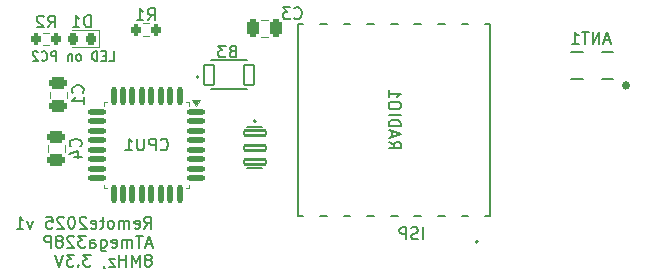
<source format=gbr>
G04 #@! TF.GenerationSoftware,KiCad,Pcbnew,9.0.3*
G04 #@! TF.CreationDate,2025-08-17T17:29:31-04:00*
G04 #@! TF.ProjectId,remote,72656d6f-7465-42e6-9b69-6361645f7063,rev?*
G04 #@! TF.SameCoordinates,Original*
G04 #@! TF.FileFunction,Legend,Bot*
G04 #@! TF.FilePolarity,Positive*
%FSLAX46Y46*%
G04 Gerber Fmt 4.6, Leading zero omitted, Abs format (unit mm)*
G04 Created by KiCad (PCBNEW 9.0.3) date 2025-08-17 17:29:31*
%MOMM*%
%LPD*%
G01*
G04 APERTURE LIST*
G04 Aperture macros list*
%AMRoundRect*
0 Rectangle with rounded corners*
0 $1 Rounding radius*
0 $2 $3 $4 $5 $6 $7 $8 $9 X,Y pos of 4 corners*
0 Add a 4 corners polygon primitive as box body*
4,1,4,$2,$3,$4,$5,$6,$7,$8,$9,$2,$3,0*
0 Add four circle primitives for the rounded corners*
1,1,$1+$1,$2,$3*
1,1,$1+$1,$4,$5*
1,1,$1+$1,$6,$7*
1,1,$1+$1,$8,$9*
0 Add four rect primitives between the rounded corners*
20,1,$1+$1,$2,$3,$4,$5,0*
20,1,$1+$1,$4,$5,$6,$7,0*
20,1,$1+$1,$6,$7,$8,$9,0*
20,1,$1+$1,$8,$9,$2,$3,0*%
G04 Aperture macros list end*
%ADD10C,0.200000*%
%ADD11C,0.150000*%
%ADD12C,0.120000*%
%ADD13C,0.152400*%
%ADD14C,0.127000*%
%ADD15C,0.372664*%
%ADD16RoundRect,0.218750X0.218750X0.256250X-0.218750X0.256250X-0.218750X-0.256250X0.218750X-0.256250X0*%
%ADD17RoundRect,0.200000X0.200000X0.275000X-0.200000X0.275000X-0.200000X-0.275000X0.200000X-0.275000X0*%
%ADD18RoundRect,0.250000X0.475000X-0.250000X0.475000X0.250000X-0.475000X0.250000X-0.475000X-0.250000X0*%
%ADD19R,1.700000X1.700000*%
%ADD20C,1.700000*%
%ADD21RoundRect,0.137500X0.600000X0.137500X-0.600000X0.137500X-0.600000X-0.137500X0.600000X-0.137500X0*%
%ADD22RoundRect,0.137500X0.137500X0.600000X-0.137500X0.600000X-0.137500X-0.600000X0.137500X-0.600000X0*%
%ADD23RoundRect,0.250000X0.250000X0.475000X-0.250000X0.475000X-0.250000X-0.475000X0.250000X-0.475000X0*%
%ADD24R,0.762000X1.905000*%
%ADD25RoundRect,0.102000X-0.400000X-0.850000X0.400000X-0.850000X0.400000X0.850000X-0.400000X0.850000X0*%
%ADD26R,0.990600X2.006600*%
%ADD27RoundRect,0.102000X-0.950000X0.200000X-0.950000X-0.200000X0.950000X-0.200000X0.950000X0.200000X0*%
G04 APERTURE END LIST*
D10*
X203073786Y-68300731D02*
X203407119Y-67824540D01*
X203645214Y-68300731D02*
X203645214Y-67300731D01*
X203645214Y-67300731D02*
X203264262Y-67300731D01*
X203264262Y-67300731D02*
X203169024Y-67348350D01*
X203169024Y-67348350D02*
X203121405Y-67395969D01*
X203121405Y-67395969D02*
X203073786Y-67491207D01*
X203073786Y-67491207D02*
X203073786Y-67634064D01*
X203073786Y-67634064D02*
X203121405Y-67729302D01*
X203121405Y-67729302D02*
X203169024Y-67776921D01*
X203169024Y-67776921D02*
X203264262Y-67824540D01*
X203264262Y-67824540D02*
X203645214Y-67824540D01*
X202264262Y-68253112D02*
X202359500Y-68300731D01*
X202359500Y-68300731D02*
X202549976Y-68300731D01*
X202549976Y-68300731D02*
X202645214Y-68253112D01*
X202645214Y-68253112D02*
X202692833Y-68157873D01*
X202692833Y-68157873D02*
X202692833Y-67776921D01*
X202692833Y-67776921D02*
X202645214Y-67681683D01*
X202645214Y-67681683D02*
X202549976Y-67634064D01*
X202549976Y-67634064D02*
X202359500Y-67634064D01*
X202359500Y-67634064D02*
X202264262Y-67681683D01*
X202264262Y-67681683D02*
X202216643Y-67776921D01*
X202216643Y-67776921D02*
X202216643Y-67872159D01*
X202216643Y-67872159D02*
X202692833Y-67967397D01*
X201788071Y-68300731D02*
X201788071Y-67634064D01*
X201788071Y-67729302D02*
X201740452Y-67681683D01*
X201740452Y-67681683D02*
X201645214Y-67634064D01*
X201645214Y-67634064D02*
X201502357Y-67634064D01*
X201502357Y-67634064D02*
X201407119Y-67681683D01*
X201407119Y-67681683D02*
X201359500Y-67776921D01*
X201359500Y-67776921D02*
X201359500Y-68300731D01*
X201359500Y-67776921D02*
X201311881Y-67681683D01*
X201311881Y-67681683D02*
X201216643Y-67634064D01*
X201216643Y-67634064D02*
X201073786Y-67634064D01*
X201073786Y-67634064D02*
X200978547Y-67681683D01*
X200978547Y-67681683D02*
X200930928Y-67776921D01*
X200930928Y-67776921D02*
X200930928Y-68300731D01*
X200311881Y-68300731D02*
X200407119Y-68253112D01*
X200407119Y-68253112D02*
X200454738Y-68205492D01*
X200454738Y-68205492D02*
X200502357Y-68110254D01*
X200502357Y-68110254D02*
X200502357Y-67824540D01*
X200502357Y-67824540D02*
X200454738Y-67729302D01*
X200454738Y-67729302D02*
X200407119Y-67681683D01*
X200407119Y-67681683D02*
X200311881Y-67634064D01*
X200311881Y-67634064D02*
X200169024Y-67634064D01*
X200169024Y-67634064D02*
X200073786Y-67681683D01*
X200073786Y-67681683D02*
X200026167Y-67729302D01*
X200026167Y-67729302D02*
X199978548Y-67824540D01*
X199978548Y-67824540D02*
X199978548Y-68110254D01*
X199978548Y-68110254D02*
X200026167Y-68205492D01*
X200026167Y-68205492D02*
X200073786Y-68253112D01*
X200073786Y-68253112D02*
X200169024Y-68300731D01*
X200169024Y-68300731D02*
X200311881Y-68300731D01*
X199692833Y-67634064D02*
X199311881Y-67634064D01*
X199549976Y-67300731D02*
X199549976Y-68157873D01*
X199549976Y-68157873D02*
X199502357Y-68253112D01*
X199502357Y-68253112D02*
X199407119Y-68300731D01*
X199407119Y-68300731D02*
X199311881Y-68300731D01*
X198597595Y-68253112D02*
X198692833Y-68300731D01*
X198692833Y-68300731D02*
X198883309Y-68300731D01*
X198883309Y-68300731D02*
X198978547Y-68253112D01*
X198978547Y-68253112D02*
X199026166Y-68157873D01*
X199026166Y-68157873D02*
X199026166Y-67776921D01*
X199026166Y-67776921D02*
X198978547Y-67681683D01*
X198978547Y-67681683D02*
X198883309Y-67634064D01*
X198883309Y-67634064D02*
X198692833Y-67634064D01*
X198692833Y-67634064D02*
X198597595Y-67681683D01*
X198597595Y-67681683D02*
X198549976Y-67776921D01*
X198549976Y-67776921D02*
X198549976Y-67872159D01*
X198549976Y-67872159D02*
X199026166Y-67967397D01*
X198169023Y-67395969D02*
X198121404Y-67348350D01*
X198121404Y-67348350D02*
X198026166Y-67300731D01*
X198026166Y-67300731D02*
X197788071Y-67300731D01*
X197788071Y-67300731D02*
X197692833Y-67348350D01*
X197692833Y-67348350D02*
X197645214Y-67395969D01*
X197645214Y-67395969D02*
X197597595Y-67491207D01*
X197597595Y-67491207D02*
X197597595Y-67586445D01*
X197597595Y-67586445D02*
X197645214Y-67729302D01*
X197645214Y-67729302D02*
X198216642Y-68300731D01*
X198216642Y-68300731D02*
X197597595Y-68300731D01*
X196978547Y-67300731D02*
X196883309Y-67300731D01*
X196883309Y-67300731D02*
X196788071Y-67348350D01*
X196788071Y-67348350D02*
X196740452Y-67395969D01*
X196740452Y-67395969D02*
X196692833Y-67491207D01*
X196692833Y-67491207D02*
X196645214Y-67681683D01*
X196645214Y-67681683D02*
X196645214Y-67919778D01*
X196645214Y-67919778D02*
X196692833Y-68110254D01*
X196692833Y-68110254D02*
X196740452Y-68205492D01*
X196740452Y-68205492D02*
X196788071Y-68253112D01*
X196788071Y-68253112D02*
X196883309Y-68300731D01*
X196883309Y-68300731D02*
X196978547Y-68300731D01*
X196978547Y-68300731D02*
X197073785Y-68253112D01*
X197073785Y-68253112D02*
X197121404Y-68205492D01*
X197121404Y-68205492D02*
X197169023Y-68110254D01*
X197169023Y-68110254D02*
X197216642Y-67919778D01*
X197216642Y-67919778D02*
X197216642Y-67681683D01*
X197216642Y-67681683D02*
X197169023Y-67491207D01*
X197169023Y-67491207D02*
X197121404Y-67395969D01*
X197121404Y-67395969D02*
X197073785Y-67348350D01*
X197073785Y-67348350D02*
X196978547Y-67300731D01*
X196264261Y-67395969D02*
X196216642Y-67348350D01*
X196216642Y-67348350D02*
X196121404Y-67300731D01*
X196121404Y-67300731D02*
X195883309Y-67300731D01*
X195883309Y-67300731D02*
X195788071Y-67348350D01*
X195788071Y-67348350D02*
X195740452Y-67395969D01*
X195740452Y-67395969D02*
X195692833Y-67491207D01*
X195692833Y-67491207D02*
X195692833Y-67586445D01*
X195692833Y-67586445D02*
X195740452Y-67729302D01*
X195740452Y-67729302D02*
X196311880Y-68300731D01*
X196311880Y-68300731D02*
X195692833Y-68300731D01*
X194788071Y-67300731D02*
X195264261Y-67300731D01*
X195264261Y-67300731D02*
X195311880Y-67776921D01*
X195311880Y-67776921D02*
X195264261Y-67729302D01*
X195264261Y-67729302D02*
X195169023Y-67681683D01*
X195169023Y-67681683D02*
X194930928Y-67681683D01*
X194930928Y-67681683D02*
X194835690Y-67729302D01*
X194835690Y-67729302D02*
X194788071Y-67776921D01*
X194788071Y-67776921D02*
X194740452Y-67872159D01*
X194740452Y-67872159D02*
X194740452Y-68110254D01*
X194740452Y-68110254D02*
X194788071Y-68205492D01*
X194788071Y-68205492D02*
X194835690Y-68253112D01*
X194835690Y-68253112D02*
X194930928Y-68300731D01*
X194930928Y-68300731D02*
X195169023Y-68300731D01*
X195169023Y-68300731D02*
X195264261Y-68253112D01*
X195264261Y-68253112D02*
X195311880Y-68205492D01*
X193645213Y-67634064D02*
X193407118Y-68300731D01*
X193407118Y-68300731D02*
X193169023Y-67634064D01*
X192264261Y-68300731D02*
X192835689Y-68300731D01*
X192549975Y-68300731D02*
X192549975Y-67300731D01*
X192549975Y-67300731D02*
X192645213Y-67443588D01*
X192645213Y-67443588D02*
X192740451Y-67538826D01*
X192740451Y-67538826D02*
X192835689Y-67586445D01*
X203692833Y-69624960D02*
X203216643Y-69624960D01*
X203788071Y-69910675D02*
X203454738Y-68910675D01*
X203454738Y-68910675D02*
X203121405Y-69910675D01*
X202930928Y-68910675D02*
X202359500Y-68910675D01*
X202645214Y-69910675D02*
X202645214Y-68910675D01*
X202026166Y-69910675D02*
X202026166Y-69244008D01*
X202026166Y-69339246D02*
X201978547Y-69291627D01*
X201978547Y-69291627D02*
X201883309Y-69244008D01*
X201883309Y-69244008D02*
X201740452Y-69244008D01*
X201740452Y-69244008D02*
X201645214Y-69291627D01*
X201645214Y-69291627D02*
X201597595Y-69386865D01*
X201597595Y-69386865D02*
X201597595Y-69910675D01*
X201597595Y-69386865D02*
X201549976Y-69291627D01*
X201549976Y-69291627D02*
X201454738Y-69244008D01*
X201454738Y-69244008D02*
X201311881Y-69244008D01*
X201311881Y-69244008D02*
X201216642Y-69291627D01*
X201216642Y-69291627D02*
X201169023Y-69386865D01*
X201169023Y-69386865D02*
X201169023Y-69910675D01*
X200311881Y-69863056D02*
X200407119Y-69910675D01*
X200407119Y-69910675D02*
X200597595Y-69910675D01*
X200597595Y-69910675D02*
X200692833Y-69863056D01*
X200692833Y-69863056D02*
X200740452Y-69767817D01*
X200740452Y-69767817D02*
X200740452Y-69386865D01*
X200740452Y-69386865D02*
X200692833Y-69291627D01*
X200692833Y-69291627D02*
X200597595Y-69244008D01*
X200597595Y-69244008D02*
X200407119Y-69244008D01*
X200407119Y-69244008D02*
X200311881Y-69291627D01*
X200311881Y-69291627D02*
X200264262Y-69386865D01*
X200264262Y-69386865D02*
X200264262Y-69482103D01*
X200264262Y-69482103D02*
X200740452Y-69577341D01*
X199407119Y-69244008D02*
X199407119Y-70053532D01*
X199407119Y-70053532D02*
X199454738Y-70148770D01*
X199454738Y-70148770D02*
X199502357Y-70196389D01*
X199502357Y-70196389D02*
X199597595Y-70244008D01*
X199597595Y-70244008D02*
X199740452Y-70244008D01*
X199740452Y-70244008D02*
X199835690Y-70196389D01*
X199407119Y-69863056D02*
X199502357Y-69910675D01*
X199502357Y-69910675D02*
X199692833Y-69910675D01*
X199692833Y-69910675D02*
X199788071Y-69863056D01*
X199788071Y-69863056D02*
X199835690Y-69815436D01*
X199835690Y-69815436D02*
X199883309Y-69720198D01*
X199883309Y-69720198D02*
X199883309Y-69434484D01*
X199883309Y-69434484D02*
X199835690Y-69339246D01*
X199835690Y-69339246D02*
X199788071Y-69291627D01*
X199788071Y-69291627D02*
X199692833Y-69244008D01*
X199692833Y-69244008D02*
X199502357Y-69244008D01*
X199502357Y-69244008D02*
X199407119Y-69291627D01*
X198502357Y-69910675D02*
X198502357Y-69386865D01*
X198502357Y-69386865D02*
X198549976Y-69291627D01*
X198549976Y-69291627D02*
X198645214Y-69244008D01*
X198645214Y-69244008D02*
X198835690Y-69244008D01*
X198835690Y-69244008D02*
X198930928Y-69291627D01*
X198502357Y-69863056D02*
X198597595Y-69910675D01*
X198597595Y-69910675D02*
X198835690Y-69910675D01*
X198835690Y-69910675D02*
X198930928Y-69863056D01*
X198930928Y-69863056D02*
X198978547Y-69767817D01*
X198978547Y-69767817D02*
X198978547Y-69672579D01*
X198978547Y-69672579D02*
X198930928Y-69577341D01*
X198930928Y-69577341D02*
X198835690Y-69529722D01*
X198835690Y-69529722D02*
X198597595Y-69529722D01*
X198597595Y-69529722D02*
X198502357Y-69482103D01*
X198121404Y-68910675D02*
X197502357Y-68910675D01*
X197502357Y-68910675D02*
X197835690Y-69291627D01*
X197835690Y-69291627D02*
X197692833Y-69291627D01*
X197692833Y-69291627D02*
X197597595Y-69339246D01*
X197597595Y-69339246D02*
X197549976Y-69386865D01*
X197549976Y-69386865D02*
X197502357Y-69482103D01*
X197502357Y-69482103D02*
X197502357Y-69720198D01*
X197502357Y-69720198D02*
X197549976Y-69815436D01*
X197549976Y-69815436D02*
X197597595Y-69863056D01*
X197597595Y-69863056D02*
X197692833Y-69910675D01*
X197692833Y-69910675D02*
X197978547Y-69910675D01*
X197978547Y-69910675D02*
X198073785Y-69863056D01*
X198073785Y-69863056D02*
X198121404Y-69815436D01*
X197121404Y-69005913D02*
X197073785Y-68958294D01*
X197073785Y-68958294D02*
X196978547Y-68910675D01*
X196978547Y-68910675D02*
X196740452Y-68910675D01*
X196740452Y-68910675D02*
X196645214Y-68958294D01*
X196645214Y-68958294D02*
X196597595Y-69005913D01*
X196597595Y-69005913D02*
X196549976Y-69101151D01*
X196549976Y-69101151D02*
X196549976Y-69196389D01*
X196549976Y-69196389D02*
X196597595Y-69339246D01*
X196597595Y-69339246D02*
X197169023Y-69910675D01*
X197169023Y-69910675D02*
X196549976Y-69910675D01*
X195978547Y-69339246D02*
X196073785Y-69291627D01*
X196073785Y-69291627D02*
X196121404Y-69244008D01*
X196121404Y-69244008D02*
X196169023Y-69148770D01*
X196169023Y-69148770D02*
X196169023Y-69101151D01*
X196169023Y-69101151D02*
X196121404Y-69005913D01*
X196121404Y-69005913D02*
X196073785Y-68958294D01*
X196073785Y-68958294D02*
X195978547Y-68910675D01*
X195978547Y-68910675D02*
X195788071Y-68910675D01*
X195788071Y-68910675D02*
X195692833Y-68958294D01*
X195692833Y-68958294D02*
X195645214Y-69005913D01*
X195645214Y-69005913D02*
X195597595Y-69101151D01*
X195597595Y-69101151D02*
X195597595Y-69148770D01*
X195597595Y-69148770D02*
X195645214Y-69244008D01*
X195645214Y-69244008D02*
X195692833Y-69291627D01*
X195692833Y-69291627D02*
X195788071Y-69339246D01*
X195788071Y-69339246D02*
X195978547Y-69339246D01*
X195978547Y-69339246D02*
X196073785Y-69386865D01*
X196073785Y-69386865D02*
X196121404Y-69434484D01*
X196121404Y-69434484D02*
X196169023Y-69529722D01*
X196169023Y-69529722D02*
X196169023Y-69720198D01*
X196169023Y-69720198D02*
X196121404Y-69815436D01*
X196121404Y-69815436D02*
X196073785Y-69863056D01*
X196073785Y-69863056D02*
X195978547Y-69910675D01*
X195978547Y-69910675D02*
X195788071Y-69910675D01*
X195788071Y-69910675D02*
X195692833Y-69863056D01*
X195692833Y-69863056D02*
X195645214Y-69815436D01*
X195645214Y-69815436D02*
X195597595Y-69720198D01*
X195597595Y-69720198D02*
X195597595Y-69529722D01*
X195597595Y-69529722D02*
X195645214Y-69434484D01*
X195645214Y-69434484D02*
X195692833Y-69386865D01*
X195692833Y-69386865D02*
X195788071Y-69339246D01*
X195169023Y-69910675D02*
X195169023Y-68910675D01*
X195169023Y-68910675D02*
X194788071Y-68910675D01*
X194788071Y-68910675D02*
X194692833Y-68958294D01*
X194692833Y-68958294D02*
X194645214Y-69005913D01*
X194645214Y-69005913D02*
X194597595Y-69101151D01*
X194597595Y-69101151D02*
X194597595Y-69244008D01*
X194597595Y-69244008D02*
X194645214Y-69339246D01*
X194645214Y-69339246D02*
X194692833Y-69386865D01*
X194692833Y-69386865D02*
X194788071Y-69434484D01*
X194788071Y-69434484D02*
X195169023Y-69434484D01*
X203502357Y-70949190D02*
X203597595Y-70901571D01*
X203597595Y-70901571D02*
X203645214Y-70853952D01*
X203645214Y-70853952D02*
X203692833Y-70758714D01*
X203692833Y-70758714D02*
X203692833Y-70711095D01*
X203692833Y-70711095D02*
X203645214Y-70615857D01*
X203645214Y-70615857D02*
X203597595Y-70568238D01*
X203597595Y-70568238D02*
X203502357Y-70520619D01*
X203502357Y-70520619D02*
X203311881Y-70520619D01*
X203311881Y-70520619D02*
X203216643Y-70568238D01*
X203216643Y-70568238D02*
X203169024Y-70615857D01*
X203169024Y-70615857D02*
X203121405Y-70711095D01*
X203121405Y-70711095D02*
X203121405Y-70758714D01*
X203121405Y-70758714D02*
X203169024Y-70853952D01*
X203169024Y-70853952D02*
X203216643Y-70901571D01*
X203216643Y-70901571D02*
X203311881Y-70949190D01*
X203311881Y-70949190D02*
X203502357Y-70949190D01*
X203502357Y-70949190D02*
X203597595Y-70996809D01*
X203597595Y-70996809D02*
X203645214Y-71044428D01*
X203645214Y-71044428D02*
X203692833Y-71139666D01*
X203692833Y-71139666D02*
X203692833Y-71330142D01*
X203692833Y-71330142D02*
X203645214Y-71425380D01*
X203645214Y-71425380D02*
X203597595Y-71473000D01*
X203597595Y-71473000D02*
X203502357Y-71520619D01*
X203502357Y-71520619D02*
X203311881Y-71520619D01*
X203311881Y-71520619D02*
X203216643Y-71473000D01*
X203216643Y-71473000D02*
X203169024Y-71425380D01*
X203169024Y-71425380D02*
X203121405Y-71330142D01*
X203121405Y-71330142D02*
X203121405Y-71139666D01*
X203121405Y-71139666D02*
X203169024Y-71044428D01*
X203169024Y-71044428D02*
X203216643Y-70996809D01*
X203216643Y-70996809D02*
X203311881Y-70949190D01*
X202692833Y-71520619D02*
X202692833Y-70520619D01*
X202692833Y-70520619D02*
X202359500Y-71234904D01*
X202359500Y-71234904D02*
X202026167Y-70520619D01*
X202026167Y-70520619D02*
X202026167Y-71520619D01*
X201549976Y-71520619D02*
X201549976Y-70520619D01*
X201549976Y-70996809D02*
X200978548Y-70996809D01*
X200978548Y-71520619D02*
X200978548Y-70520619D01*
X200597595Y-70853952D02*
X200073786Y-70853952D01*
X200073786Y-70853952D02*
X200597595Y-71520619D01*
X200597595Y-71520619D02*
X200073786Y-71520619D01*
X199645214Y-71473000D02*
X199645214Y-71520619D01*
X199645214Y-71520619D02*
X199692833Y-71615857D01*
X199692833Y-71615857D02*
X199740452Y-71663476D01*
X198549976Y-70520619D02*
X197930929Y-70520619D01*
X197930929Y-70520619D02*
X198264262Y-70901571D01*
X198264262Y-70901571D02*
X198121405Y-70901571D01*
X198121405Y-70901571D02*
X198026167Y-70949190D01*
X198026167Y-70949190D02*
X197978548Y-70996809D01*
X197978548Y-70996809D02*
X197930929Y-71092047D01*
X197930929Y-71092047D02*
X197930929Y-71330142D01*
X197930929Y-71330142D02*
X197978548Y-71425380D01*
X197978548Y-71425380D02*
X198026167Y-71473000D01*
X198026167Y-71473000D02*
X198121405Y-71520619D01*
X198121405Y-71520619D02*
X198407119Y-71520619D01*
X198407119Y-71520619D02*
X198502357Y-71473000D01*
X198502357Y-71473000D02*
X198549976Y-71425380D01*
X197502357Y-71425380D02*
X197454738Y-71473000D01*
X197454738Y-71473000D02*
X197502357Y-71520619D01*
X197502357Y-71520619D02*
X197549976Y-71473000D01*
X197549976Y-71473000D02*
X197502357Y-71425380D01*
X197502357Y-71425380D02*
X197502357Y-71520619D01*
X197121405Y-70520619D02*
X196502358Y-70520619D01*
X196502358Y-70520619D02*
X196835691Y-70901571D01*
X196835691Y-70901571D02*
X196692834Y-70901571D01*
X196692834Y-70901571D02*
X196597596Y-70949190D01*
X196597596Y-70949190D02*
X196549977Y-70996809D01*
X196549977Y-70996809D02*
X196502358Y-71092047D01*
X196502358Y-71092047D02*
X196502358Y-71330142D01*
X196502358Y-71330142D02*
X196549977Y-71425380D01*
X196549977Y-71425380D02*
X196597596Y-71473000D01*
X196597596Y-71473000D02*
X196692834Y-71520619D01*
X196692834Y-71520619D02*
X196978548Y-71520619D01*
X196978548Y-71520619D02*
X197073786Y-71473000D01*
X197073786Y-71473000D02*
X197121405Y-71425380D01*
X196216643Y-70520619D02*
X195883310Y-71520619D01*
X195883310Y-71520619D02*
X195549977Y-70520619D01*
D11*
X200093575Y-54097895D02*
X200474527Y-54097895D01*
X200474527Y-54097895D02*
X200474527Y-53297895D01*
X199826908Y-53678847D02*
X199560242Y-53678847D01*
X199445956Y-54097895D02*
X199826908Y-54097895D01*
X199826908Y-54097895D02*
X199826908Y-53297895D01*
X199826908Y-53297895D02*
X199445956Y-53297895D01*
X199103098Y-54097895D02*
X199103098Y-53297895D01*
X199103098Y-53297895D02*
X198912622Y-53297895D01*
X198912622Y-53297895D02*
X198798336Y-53335990D01*
X198798336Y-53335990D02*
X198722146Y-53412180D01*
X198722146Y-53412180D02*
X198684051Y-53488371D01*
X198684051Y-53488371D02*
X198645955Y-53640752D01*
X198645955Y-53640752D02*
X198645955Y-53755038D01*
X198645955Y-53755038D02*
X198684051Y-53907419D01*
X198684051Y-53907419D02*
X198722146Y-53983609D01*
X198722146Y-53983609D02*
X198798336Y-54059800D01*
X198798336Y-54059800D02*
X198912622Y-54097895D01*
X198912622Y-54097895D02*
X199103098Y-54097895D01*
X197579289Y-54097895D02*
X197655479Y-54059800D01*
X197655479Y-54059800D02*
X197693574Y-54021704D01*
X197693574Y-54021704D02*
X197731670Y-53945514D01*
X197731670Y-53945514D02*
X197731670Y-53716942D01*
X197731670Y-53716942D02*
X197693574Y-53640752D01*
X197693574Y-53640752D02*
X197655479Y-53602657D01*
X197655479Y-53602657D02*
X197579289Y-53564561D01*
X197579289Y-53564561D02*
X197465003Y-53564561D01*
X197465003Y-53564561D02*
X197388812Y-53602657D01*
X197388812Y-53602657D02*
X197350717Y-53640752D01*
X197350717Y-53640752D02*
X197312622Y-53716942D01*
X197312622Y-53716942D02*
X197312622Y-53945514D01*
X197312622Y-53945514D02*
X197350717Y-54021704D01*
X197350717Y-54021704D02*
X197388812Y-54059800D01*
X197388812Y-54059800D02*
X197465003Y-54097895D01*
X197465003Y-54097895D02*
X197579289Y-54097895D01*
X196969764Y-53564561D02*
X196969764Y-54097895D01*
X196969764Y-53640752D02*
X196931669Y-53602657D01*
X196931669Y-53602657D02*
X196855479Y-53564561D01*
X196855479Y-53564561D02*
X196741193Y-53564561D01*
X196741193Y-53564561D02*
X196665002Y-53602657D01*
X196665002Y-53602657D02*
X196626907Y-53678847D01*
X196626907Y-53678847D02*
X196626907Y-54097895D01*
X195636430Y-54097895D02*
X195636430Y-53297895D01*
X195636430Y-53297895D02*
X195331668Y-53297895D01*
X195331668Y-53297895D02*
X195255478Y-53335990D01*
X195255478Y-53335990D02*
X195217383Y-53374085D01*
X195217383Y-53374085D02*
X195179287Y-53450276D01*
X195179287Y-53450276D02*
X195179287Y-53564561D01*
X195179287Y-53564561D02*
X195217383Y-53640752D01*
X195217383Y-53640752D02*
X195255478Y-53678847D01*
X195255478Y-53678847D02*
X195331668Y-53716942D01*
X195331668Y-53716942D02*
X195636430Y-53716942D01*
X194379287Y-54021704D02*
X194417383Y-54059800D01*
X194417383Y-54059800D02*
X194531668Y-54097895D01*
X194531668Y-54097895D02*
X194607859Y-54097895D01*
X194607859Y-54097895D02*
X194722145Y-54059800D01*
X194722145Y-54059800D02*
X194798335Y-53983609D01*
X194798335Y-53983609D02*
X194836430Y-53907419D01*
X194836430Y-53907419D02*
X194874526Y-53755038D01*
X194874526Y-53755038D02*
X194874526Y-53640752D01*
X194874526Y-53640752D02*
X194836430Y-53488371D01*
X194836430Y-53488371D02*
X194798335Y-53412180D01*
X194798335Y-53412180D02*
X194722145Y-53335990D01*
X194722145Y-53335990D02*
X194607859Y-53297895D01*
X194607859Y-53297895D02*
X194531668Y-53297895D01*
X194531668Y-53297895D02*
X194417383Y-53335990D01*
X194417383Y-53335990D02*
X194379287Y-53374085D01*
X194074526Y-53374085D02*
X194036430Y-53335990D01*
X194036430Y-53335990D02*
X193960240Y-53297895D01*
X193960240Y-53297895D02*
X193769764Y-53297895D01*
X193769764Y-53297895D02*
X193693573Y-53335990D01*
X193693573Y-53335990D02*
X193655478Y-53374085D01*
X193655478Y-53374085D02*
X193617383Y-53450276D01*
X193617383Y-53450276D02*
X193617383Y-53526466D01*
X193617383Y-53526466D02*
X193655478Y-53640752D01*
X193655478Y-53640752D02*
X194112621Y-54097895D01*
X194112621Y-54097895D02*
X193617383Y-54097895D01*
X198529982Y-51247219D02*
X198529982Y-50247219D01*
X198529982Y-50247219D02*
X198291887Y-50247219D01*
X198291887Y-50247219D02*
X198149030Y-50294838D01*
X198149030Y-50294838D02*
X198053792Y-50390076D01*
X198053792Y-50390076D02*
X198006173Y-50485314D01*
X198006173Y-50485314D02*
X197958554Y-50675790D01*
X197958554Y-50675790D02*
X197958554Y-50818647D01*
X197958554Y-50818647D02*
X198006173Y-51009123D01*
X198006173Y-51009123D02*
X198053792Y-51104361D01*
X198053792Y-51104361D02*
X198149030Y-51199600D01*
X198149030Y-51199600D02*
X198291887Y-51247219D01*
X198291887Y-51247219D02*
X198529982Y-51247219D01*
X197006173Y-51247219D02*
X197577601Y-51247219D01*
X197291887Y-51247219D02*
X197291887Y-50247219D01*
X197291887Y-50247219D02*
X197387125Y-50390076D01*
X197387125Y-50390076D02*
X197482363Y-50485314D01*
X197482363Y-50485314D02*
X197577601Y-50532933D01*
X194935954Y-51272619D02*
X195269287Y-50796428D01*
X195507382Y-51272619D02*
X195507382Y-50272619D01*
X195507382Y-50272619D02*
X195126430Y-50272619D01*
X195126430Y-50272619D02*
X195031192Y-50320238D01*
X195031192Y-50320238D02*
X194983573Y-50367857D01*
X194983573Y-50367857D02*
X194935954Y-50463095D01*
X194935954Y-50463095D02*
X194935954Y-50605952D01*
X194935954Y-50605952D02*
X194983573Y-50701190D01*
X194983573Y-50701190D02*
X195031192Y-50748809D01*
X195031192Y-50748809D02*
X195126430Y-50796428D01*
X195126430Y-50796428D02*
X195507382Y-50796428D01*
X194555001Y-50367857D02*
X194507382Y-50320238D01*
X194507382Y-50320238D02*
X194412144Y-50272619D01*
X194412144Y-50272619D02*
X194174049Y-50272619D01*
X194174049Y-50272619D02*
X194078811Y-50320238D01*
X194078811Y-50320238D02*
X194031192Y-50367857D01*
X194031192Y-50367857D02*
X193983573Y-50463095D01*
X193983573Y-50463095D02*
X193983573Y-50558333D01*
X193983573Y-50558333D02*
X194031192Y-50701190D01*
X194031192Y-50701190D02*
X194602620Y-51272619D01*
X194602620Y-51272619D02*
X193983573Y-51272619D01*
X203383954Y-50670619D02*
X203717287Y-50194428D01*
X203955382Y-50670619D02*
X203955382Y-49670619D01*
X203955382Y-49670619D02*
X203574430Y-49670619D01*
X203574430Y-49670619D02*
X203479192Y-49718238D01*
X203479192Y-49718238D02*
X203431573Y-49765857D01*
X203431573Y-49765857D02*
X203383954Y-49861095D01*
X203383954Y-49861095D02*
X203383954Y-50003952D01*
X203383954Y-50003952D02*
X203431573Y-50099190D01*
X203431573Y-50099190D02*
X203479192Y-50146809D01*
X203479192Y-50146809D02*
X203574430Y-50194428D01*
X203574430Y-50194428D02*
X203955382Y-50194428D01*
X202431573Y-50670619D02*
X203003001Y-50670619D01*
X202717287Y-50670619D02*
X202717287Y-49670619D01*
X202717287Y-49670619D02*
X202812525Y-49813476D01*
X202812525Y-49813476D02*
X202907763Y-49908714D01*
X202907763Y-49908714D02*
X203003001Y-49956333D01*
X197850268Y-56805533D02*
X197897888Y-56757914D01*
X197897888Y-56757914D02*
X197945507Y-56615057D01*
X197945507Y-56615057D02*
X197945507Y-56519819D01*
X197945507Y-56519819D02*
X197897888Y-56376962D01*
X197897888Y-56376962D02*
X197802649Y-56281724D01*
X197802649Y-56281724D02*
X197707411Y-56234105D01*
X197707411Y-56234105D02*
X197516935Y-56186486D01*
X197516935Y-56186486D02*
X197374078Y-56186486D01*
X197374078Y-56186486D02*
X197183602Y-56234105D01*
X197183602Y-56234105D02*
X197088364Y-56281724D01*
X197088364Y-56281724D02*
X196993126Y-56376962D01*
X196993126Y-56376962D02*
X196945507Y-56519819D01*
X196945507Y-56519819D02*
X196945507Y-56615057D01*
X196945507Y-56615057D02*
X196993126Y-56757914D01*
X196993126Y-56757914D02*
X197040745Y-56805533D01*
X197945507Y-57757914D02*
X197945507Y-57186486D01*
X197945507Y-57472200D02*
X196945507Y-57472200D01*
X196945507Y-57472200D02*
X197088364Y-57376962D01*
X197088364Y-57376962D02*
X197183602Y-57281724D01*
X197183602Y-57281724D02*
X197231221Y-57186486D01*
X226682677Y-69212619D02*
X226682677Y-68212619D01*
X226254106Y-69165000D02*
X226111249Y-69212619D01*
X226111249Y-69212619D02*
X225873154Y-69212619D01*
X225873154Y-69212619D02*
X225777916Y-69165000D01*
X225777916Y-69165000D02*
X225730297Y-69117380D01*
X225730297Y-69117380D02*
X225682678Y-69022142D01*
X225682678Y-69022142D02*
X225682678Y-68926904D01*
X225682678Y-68926904D02*
X225730297Y-68831666D01*
X225730297Y-68831666D02*
X225777916Y-68784047D01*
X225777916Y-68784047D02*
X225873154Y-68736428D01*
X225873154Y-68736428D02*
X226063630Y-68688809D01*
X226063630Y-68688809D02*
X226158868Y-68641190D01*
X226158868Y-68641190D02*
X226206487Y-68593571D01*
X226206487Y-68593571D02*
X226254106Y-68498333D01*
X226254106Y-68498333D02*
X226254106Y-68403095D01*
X226254106Y-68403095D02*
X226206487Y-68307857D01*
X226206487Y-68307857D02*
X226158868Y-68260238D01*
X226158868Y-68260238D02*
X226063630Y-68212619D01*
X226063630Y-68212619D02*
X225825535Y-68212619D01*
X225825535Y-68212619D02*
X225682678Y-68260238D01*
X225254106Y-69212619D02*
X225254106Y-68212619D01*
X225254106Y-68212619D02*
X224873154Y-68212619D01*
X224873154Y-68212619D02*
X224777916Y-68260238D01*
X224777916Y-68260238D02*
X224730297Y-68307857D01*
X224730297Y-68307857D02*
X224682678Y-68403095D01*
X224682678Y-68403095D02*
X224682678Y-68545952D01*
X224682678Y-68545952D02*
X224730297Y-68641190D01*
X224730297Y-68641190D02*
X224777916Y-68688809D01*
X224777916Y-68688809D02*
X224873154Y-68736428D01*
X224873154Y-68736428D02*
X225254106Y-68736428D01*
X197672468Y-61352133D02*
X197720088Y-61304514D01*
X197720088Y-61304514D02*
X197767707Y-61161657D01*
X197767707Y-61161657D02*
X197767707Y-61066419D01*
X197767707Y-61066419D02*
X197720088Y-60923562D01*
X197720088Y-60923562D02*
X197624849Y-60828324D01*
X197624849Y-60828324D02*
X197529611Y-60780705D01*
X197529611Y-60780705D02*
X197339135Y-60733086D01*
X197339135Y-60733086D02*
X197196278Y-60733086D01*
X197196278Y-60733086D02*
X197005802Y-60780705D01*
X197005802Y-60780705D02*
X196910564Y-60828324D01*
X196910564Y-60828324D02*
X196815326Y-60923562D01*
X196815326Y-60923562D02*
X196767707Y-61066419D01*
X196767707Y-61066419D02*
X196767707Y-61161657D01*
X196767707Y-61161657D02*
X196815326Y-61304514D01*
X196815326Y-61304514D02*
X196862945Y-61352133D01*
X197101040Y-62209276D02*
X197767707Y-62209276D01*
X196720088Y-61971181D02*
X197434373Y-61733086D01*
X197434373Y-61733086D02*
X197434373Y-62352133D01*
X204468764Y-61598980D02*
X204516383Y-61646600D01*
X204516383Y-61646600D02*
X204659240Y-61694219D01*
X204659240Y-61694219D02*
X204754478Y-61694219D01*
X204754478Y-61694219D02*
X204897335Y-61646600D01*
X204897335Y-61646600D02*
X204992573Y-61551361D01*
X204992573Y-61551361D02*
X205040192Y-61456123D01*
X205040192Y-61456123D02*
X205087811Y-61265647D01*
X205087811Y-61265647D02*
X205087811Y-61122790D01*
X205087811Y-61122790D02*
X205040192Y-60932314D01*
X205040192Y-60932314D02*
X204992573Y-60837076D01*
X204992573Y-60837076D02*
X204897335Y-60741838D01*
X204897335Y-60741838D02*
X204754478Y-60694219D01*
X204754478Y-60694219D02*
X204659240Y-60694219D01*
X204659240Y-60694219D02*
X204516383Y-60741838D01*
X204516383Y-60741838D02*
X204468764Y-60789457D01*
X204040192Y-61694219D02*
X204040192Y-60694219D01*
X204040192Y-60694219D02*
X203659240Y-60694219D01*
X203659240Y-60694219D02*
X203564002Y-60741838D01*
X203564002Y-60741838D02*
X203516383Y-60789457D01*
X203516383Y-60789457D02*
X203468764Y-60884695D01*
X203468764Y-60884695D02*
X203468764Y-61027552D01*
X203468764Y-61027552D02*
X203516383Y-61122790D01*
X203516383Y-61122790D02*
X203564002Y-61170409D01*
X203564002Y-61170409D02*
X203659240Y-61218028D01*
X203659240Y-61218028D02*
X204040192Y-61218028D01*
X203040192Y-60694219D02*
X203040192Y-61503742D01*
X203040192Y-61503742D02*
X202992573Y-61598980D01*
X202992573Y-61598980D02*
X202944954Y-61646600D01*
X202944954Y-61646600D02*
X202849716Y-61694219D01*
X202849716Y-61694219D02*
X202659240Y-61694219D01*
X202659240Y-61694219D02*
X202564002Y-61646600D01*
X202564002Y-61646600D02*
X202516383Y-61598980D01*
X202516383Y-61598980D02*
X202468764Y-61503742D01*
X202468764Y-61503742D02*
X202468764Y-60694219D01*
X201468764Y-61694219D02*
X202040192Y-61694219D01*
X201754478Y-61694219D02*
X201754478Y-60694219D01*
X201754478Y-60694219D02*
X201849716Y-60837076D01*
X201849716Y-60837076D02*
X201944954Y-60932314D01*
X201944954Y-60932314D02*
X202040192Y-60979933D01*
X215789354Y-50473780D02*
X215836973Y-50521400D01*
X215836973Y-50521400D02*
X215979830Y-50569019D01*
X215979830Y-50569019D02*
X216075068Y-50569019D01*
X216075068Y-50569019D02*
X216217925Y-50521400D01*
X216217925Y-50521400D02*
X216313163Y-50426161D01*
X216313163Y-50426161D02*
X216360782Y-50330923D01*
X216360782Y-50330923D02*
X216408401Y-50140447D01*
X216408401Y-50140447D02*
X216408401Y-49997590D01*
X216408401Y-49997590D02*
X216360782Y-49807114D01*
X216360782Y-49807114D02*
X216313163Y-49711876D01*
X216313163Y-49711876D02*
X216217925Y-49616638D01*
X216217925Y-49616638D02*
X216075068Y-49569019D01*
X216075068Y-49569019D02*
X215979830Y-49569019D01*
X215979830Y-49569019D02*
X215836973Y-49616638D01*
X215836973Y-49616638D02*
X215789354Y-49664257D01*
X215456020Y-49569019D02*
X214836973Y-49569019D01*
X214836973Y-49569019D02*
X215170306Y-49949971D01*
X215170306Y-49949971D02*
X215027449Y-49949971D01*
X215027449Y-49949971D02*
X214932211Y-49997590D01*
X214932211Y-49997590D02*
X214884592Y-50045209D01*
X214884592Y-50045209D02*
X214836973Y-50140447D01*
X214836973Y-50140447D02*
X214836973Y-50378542D01*
X214836973Y-50378542D02*
X214884592Y-50473780D01*
X214884592Y-50473780D02*
X214932211Y-50521400D01*
X214932211Y-50521400D02*
X215027449Y-50569019D01*
X215027449Y-50569019D02*
X215313163Y-50569019D01*
X215313163Y-50569019D02*
X215408401Y-50521400D01*
X215408401Y-50521400D02*
X215456020Y-50473780D01*
X223778468Y-60937542D02*
X224254659Y-61270875D01*
X223778468Y-61508970D02*
X224778468Y-61508970D01*
X224778468Y-61508970D02*
X224778468Y-61128018D01*
X224778468Y-61128018D02*
X224730849Y-61032780D01*
X224730849Y-61032780D02*
X224683230Y-60985161D01*
X224683230Y-60985161D02*
X224587992Y-60937542D01*
X224587992Y-60937542D02*
X224445135Y-60937542D01*
X224445135Y-60937542D02*
X224349897Y-60985161D01*
X224349897Y-60985161D02*
X224302278Y-61032780D01*
X224302278Y-61032780D02*
X224254659Y-61128018D01*
X224254659Y-61128018D02*
X224254659Y-61508970D01*
X224064183Y-60556589D02*
X224064183Y-60080399D01*
X223778468Y-60651827D02*
X224778468Y-60318494D01*
X224778468Y-60318494D02*
X223778468Y-59985161D01*
X223778468Y-59651827D02*
X224778468Y-59651827D01*
X224778468Y-59651827D02*
X224778468Y-59413732D01*
X224778468Y-59413732D02*
X224730849Y-59270875D01*
X224730849Y-59270875D02*
X224635611Y-59175637D01*
X224635611Y-59175637D02*
X224540373Y-59128018D01*
X224540373Y-59128018D02*
X224349897Y-59080399D01*
X224349897Y-59080399D02*
X224207040Y-59080399D01*
X224207040Y-59080399D02*
X224016564Y-59128018D01*
X224016564Y-59128018D02*
X223921326Y-59175637D01*
X223921326Y-59175637D02*
X223826088Y-59270875D01*
X223826088Y-59270875D02*
X223778468Y-59413732D01*
X223778468Y-59413732D02*
X223778468Y-59651827D01*
X223778468Y-58651827D02*
X224778468Y-58651827D01*
X224778468Y-57985161D02*
X224778468Y-57794685D01*
X224778468Y-57794685D02*
X224730849Y-57699447D01*
X224730849Y-57699447D02*
X224635611Y-57604209D01*
X224635611Y-57604209D02*
X224445135Y-57556590D01*
X224445135Y-57556590D02*
X224111802Y-57556590D01*
X224111802Y-57556590D02*
X223921326Y-57604209D01*
X223921326Y-57604209D02*
X223826088Y-57699447D01*
X223826088Y-57699447D02*
X223778468Y-57794685D01*
X223778468Y-57794685D02*
X223778468Y-57985161D01*
X223778468Y-57985161D02*
X223826088Y-58080399D01*
X223826088Y-58080399D02*
X223921326Y-58175637D01*
X223921326Y-58175637D02*
X224111802Y-58223256D01*
X224111802Y-58223256D02*
X224445135Y-58223256D01*
X224445135Y-58223256D02*
X224635611Y-58175637D01*
X224635611Y-58175637D02*
X224730849Y-58080399D01*
X224730849Y-58080399D02*
X224778468Y-57985161D01*
X223778468Y-56604209D02*
X223778468Y-57175637D01*
X223778468Y-56889923D02*
X224778468Y-56889923D01*
X224778468Y-56889923D02*
X224635611Y-56985161D01*
X224635611Y-56985161D02*
X224540373Y-57080399D01*
X224540373Y-57080399D02*
X224492754Y-57175637D01*
X210541049Y-53296409D02*
X210398192Y-53344028D01*
X210398192Y-53344028D02*
X210350573Y-53391647D01*
X210350573Y-53391647D02*
X210302954Y-53486885D01*
X210302954Y-53486885D02*
X210302954Y-53629742D01*
X210302954Y-53629742D02*
X210350573Y-53724980D01*
X210350573Y-53724980D02*
X210398192Y-53772600D01*
X210398192Y-53772600D02*
X210493430Y-53820219D01*
X210493430Y-53820219D02*
X210874382Y-53820219D01*
X210874382Y-53820219D02*
X210874382Y-52820219D01*
X210874382Y-52820219D02*
X210541049Y-52820219D01*
X210541049Y-52820219D02*
X210445811Y-52867838D01*
X210445811Y-52867838D02*
X210398192Y-52915457D01*
X210398192Y-52915457D02*
X210350573Y-53010695D01*
X210350573Y-53010695D02*
X210350573Y-53105933D01*
X210350573Y-53105933D02*
X210398192Y-53201171D01*
X210398192Y-53201171D02*
X210445811Y-53248790D01*
X210445811Y-53248790D02*
X210541049Y-53296409D01*
X210541049Y-53296409D02*
X210874382Y-53296409D01*
X209969620Y-52820219D02*
X209350573Y-52820219D01*
X209350573Y-52820219D02*
X209683906Y-53201171D01*
X209683906Y-53201171D02*
X209541049Y-53201171D01*
X209541049Y-53201171D02*
X209445811Y-53248790D01*
X209445811Y-53248790D02*
X209398192Y-53296409D01*
X209398192Y-53296409D02*
X209350573Y-53391647D01*
X209350573Y-53391647D02*
X209350573Y-53629742D01*
X209350573Y-53629742D02*
X209398192Y-53724980D01*
X209398192Y-53724980D02*
X209445811Y-53772600D01*
X209445811Y-53772600D02*
X209541049Y-53820219D01*
X209541049Y-53820219D02*
X209826763Y-53820219D01*
X209826763Y-53820219D02*
X209922001Y-53772600D01*
X209922001Y-53772600D02*
X209969620Y-53724980D01*
X242514735Y-52366104D02*
X242038545Y-52366104D01*
X242609973Y-52651819D02*
X242276640Y-51651819D01*
X242276640Y-51651819D02*
X241943307Y-52651819D01*
X241609973Y-52651819D02*
X241609973Y-51651819D01*
X241609973Y-51651819D02*
X241038545Y-52651819D01*
X241038545Y-52651819D02*
X241038545Y-51651819D01*
X240705211Y-51651819D02*
X240133783Y-51651819D01*
X240419497Y-52651819D02*
X240419497Y-51651819D01*
X239276640Y-52651819D02*
X239848068Y-52651819D01*
X239562354Y-52651819D02*
X239562354Y-51651819D01*
X239562354Y-51651819D02*
X239657592Y-51794676D01*
X239657592Y-51794676D02*
X239752830Y-51889914D01*
X239752830Y-51889914D02*
X239848068Y-51937533D01*
D12*
G04 #@! TO.C,D1*
X196991888Y-51487400D02*
X199276888Y-51487400D01*
X199276888Y-52957400D02*
X196991888Y-52957400D01*
X199276888Y-51487400D02*
X199276888Y-52957400D01*
G04 #@! TO.C,R2*
X195006546Y-52770300D02*
X194532030Y-52770300D01*
X195006546Y-51725300D02*
X194532030Y-51725300D01*
G04 #@! TO.C,R1*
X203454546Y-50937900D02*
X202980030Y-50937900D01*
X203454546Y-51982900D02*
X202980030Y-51982900D01*
G04 #@! TO.C,C1*
X196545688Y-57233452D02*
X196545688Y-56710948D01*
X195075688Y-57233452D02*
X195075688Y-56710948D01*
G04 #@! TO.C,C4*
X194897888Y-61780052D02*
X194897888Y-61257548D01*
X196367888Y-61780052D02*
X196367888Y-61257548D01*
G04 #@! TO.C,CPU1*
X199668288Y-57629400D02*
X199668288Y-57904400D01*
X199668288Y-64849400D02*
X199668288Y-64574400D01*
X199943288Y-57629400D02*
X199668288Y-57629400D01*
X199943288Y-64849400D02*
X199668288Y-64849400D01*
X206613288Y-57629400D02*
X206888288Y-57629400D01*
X206613288Y-64849400D02*
X206888288Y-64849400D01*
X206888288Y-57629400D02*
X206888288Y-57904400D01*
X206888288Y-64849400D02*
X206888288Y-64574400D01*
X207478288Y-57904400D02*
X207138288Y-57434400D01*
X207818288Y-57434400D01*
X207478288Y-57904400D01*
G36*
X207478288Y-57904400D02*
G01*
X207138288Y-57434400D01*
X207818288Y-57434400D01*
X207478288Y-57904400D01*
G37*
G04 #@! TO.C,C3*
X213521740Y-50623800D02*
X212999236Y-50623800D01*
X213521740Y-52093800D02*
X212999236Y-52093800D01*
D13*
G04 #@! TO.C,RADIO1*
X216105288Y-50952400D02*
X216519549Y-50952400D01*
X216105288Y-67208400D02*
X216105288Y-50952400D01*
X216519547Y-67208400D02*
X216105288Y-67208400D01*
X217947029Y-50952400D02*
X218519548Y-50952400D01*
X218519548Y-67208400D02*
X217947027Y-67208400D01*
X219947028Y-50952400D02*
X220519549Y-50952400D01*
X220519549Y-67208400D02*
X219947028Y-67208400D01*
X221947029Y-50952400D02*
X222519547Y-50952400D01*
X222519547Y-67208400D02*
X221947029Y-67208400D01*
X223947027Y-50952400D02*
X224519549Y-50952400D01*
X224519549Y-67208400D02*
X223947027Y-67208400D01*
X225947029Y-50952400D02*
X226519547Y-50952400D01*
X226519547Y-67208400D02*
X225947029Y-67208400D01*
X227947027Y-50952400D02*
X228519548Y-50952400D01*
X228519548Y-67208400D02*
X227947027Y-67208400D01*
X229947028Y-50952400D02*
X230519549Y-50952400D01*
X230519547Y-67208400D02*
X229947028Y-67208400D01*
X231947029Y-50952400D02*
X232361288Y-50952400D01*
X232361288Y-50952400D02*
X232361288Y-67208400D01*
X232361288Y-67208400D02*
X231947027Y-67208400D01*
X231334888Y-69437000D02*
G75*
G02*
X231131688Y-69437000I-101600J0D01*
G01*
X231131688Y-69437000D02*
G75*
G02*
X231334888Y-69437000I101600J0D01*
G01*
D14*
G04 #@! TO.C,B3*
X208763288Y-54020400D02*
X211763288Y-54020400D01*
X208763288Y-56520400D02*
X211763288Y-56520400D01*
D10*
X207663288Y-55470400D02*
G75*
G02*
X207463288Y-55470400I-100000J0D01*
G01*
X207463288Y-55470400D02*
G75*
G02*
X207663288Y-55470400I100000J0D01*
G01*
D13*
G04 #@! TO.C,ANT1*
X239196638Y-53378100D02*
X240194438Y-53378100D01*
X240194438Y-55638700D02*
X239196638Y-55638700D01*
X241800138Y-53378100D02*
X242797938Y-53378100D01*
X242797938Y-55638700D02*
X241800138Y-55638700D01*
D15*
X244044161Y-56187692D02*
G75*
G02*
X243671497Y-56187692I-186332J0D01*
G01*
X243671497Y-56187692D02*
G75*
G02*
X244044161Y-56187692I186332J0D01*
G01*
D14*
G04 #@! TO.C,Y1*
X211772288Y-59733400D02*
X213072288Y-59733400D01*
X211772288Y-63173400D02*
X213072288Y-63173400D01*
D10*
X212522288Y-59233400D02*
G75*
G02*
X212322288Y-59233400I-100000J0D01*
G01*
X212322288Y-59233400D02*
G75*
G02*
X212522288Y-59233400I100000J0D01*
G01*
G04 #@! TD*
%LPC*%
D16*
G04 #@! TO.C,D1*
X197004388Y-52222400D03*
X198579388Y-52222400D03*
G04 #@! TD*
D17*
G04 #@! TO.C,R2*
X193944288Y-52247800D03*
X195594288Y-52247800D03*
G04 #@! TD*
G04 #@! TO.C,R1*
X204042288Y-51460400D03*
X202392288Y-51460400D03*
G04 #@! TD*
D18*
G04 #@! TO.C,C1*
X195810688Y-57922200D03*
X195810688Y-56022200D03*
G04 #@! TD*
D19*
G04 #@! TO.C,ISP1*
X223344288Y-70637400D03*
D20*
X223344288Y-73177400D03*
X225884288Y-70637400D03*
X225884288Y-73177400D03*
X228424288Y-70637400D03*
X228424288Y-73177400D03*
G04 #@! TD*
D18*
G04 #@! TO.C,C4*
X195632888Y-62468800D03*
X195632888Y-60568800D03*
G04 #@! TD*
D21*
G04 #@! TO.C,CPU1*
X207440788Y-58439400D03*
X207440788Y-59239400D03*
X207440788Y-60039400D03*
X207440788Y-60839400D03*
X207440788Y-61639400D03*
X207440788Y-62439400D03*
X207440788Y-63239400D03*
X207440788Y-64039400D03*
D22*
X206078288Y-65401900D03*
X205278288Y-65401900D03*
X204478288Y-65401900D03*
X203678288Y-65401900D03*
X202878288Y-65401900D03*
X202078288Y-65401900D03*
X201278288Y-65401900D03*
X200478288Y-65401900D03*
D21*
X199115788Y-64039400D03*
X199115788Y-63239400D03*
X199115788Y-62439400D03*
X199115788Y-61639400D03*
X199115788Y-60839400D03*
X199115788Y-60039400D03*
X199115788Y-59239400D03*
X199115788Y-58439400D03*
D22*
X200478288Y-57076900D03*
X201278288Y-57076900D03*
X202078288Y-57076900D03*
X202878288Y-57076900D03*
X203678288Y-57076900D03*
X204478288Y-57076900D03*
X205278288Y-57076900D03*
X206078288Y-57076900D03*
G04 #@! TD*
D23*
G04 #@! TO.C,C3*
X214210488Y-51358800D03*
X212310488Y-51358800D03*
G04 #@! TD*
D24*
G04 #@! TO.C,RADIO1*
X231233287Y-66433700D03*
X229233288Y-66433700D03*
X227233287Y-66433700D03*
X225233289Y-66433700D03*
X223233287Y-66433700D03*
X221233289Y-66433700D03*
X219233288Y-66433700D03*
X217233287Y-66433700D03*
X217233289Y-51727100D03*
X219233288Y-51727100D03*
X221233289Y-51727100D03*
X223233287Y-51727100D03*
X225233289Y-51727100D03*
X227233287Y-51727100D03*
X229233288Y-51727100D03*
X231233289Y-51727100D03*
G04 #@! TD*
D25*
G04 #@! TO.C,B3*
X208563288Y-55270400D03*
X211963288Y-55270400D03*
G04 #@! TD*
D26*
G04 #@! TO.C,ANT1*
X243600788Y-54508400D03*
X240997288Y-54508400D03*
X238393788Y-54508400D03*
G04 #@! TD*
D27*
G04 #@! TO.C,Y1*
X212422288Y-60253400D03*
X212422288Y-61453400D03*
X212422288Y-62653400D03*
G04 #@! TD*
%LPD*%
M02*

</source>
